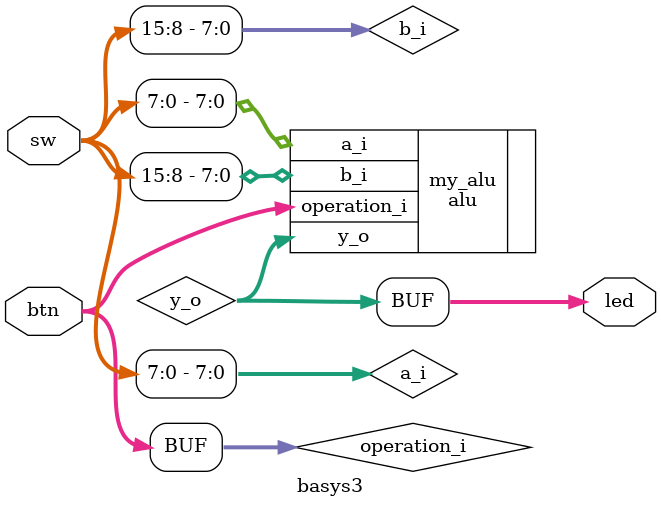
<source format=sv>
module basys3 (
    input  wire [15:0] sw,      // 16 switches
    input  wire [3:0] btn,      // 4 directional buttons
    output wire [7:0] led       // 8 LEDs
);
    wire [7:0] a_i = sw[7:0];    // Bottom 8 switches for alu.a_i
    wire [7:0] b_i = sw[15:8];   // Top 8 switches for alu.b_i
    wire [3:0] operation_i = btn; // 4 buttons for alu.operation_i
    wire [7:0] y_o;
    alu my_alu (
        .a_i(a_i),
        .b_i(b_i),
        .operation_i(operation_i),
        .y_o(y_o)
    );
    assign led = y_o;
endmodule


</source>
